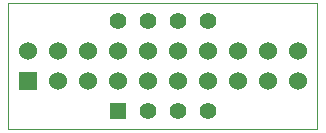
<source format=gbs>
G04 (created by PCBNEW (2013-07-07 BZR 4022)-stable) date 7/10/2015 1:05:57 PM*
%MOIN*%
G04 Gerber Fmt 3.4, Leading zero omitted, Abs format*
%FSLAX34Y34*%
G01*
G70*
G90*
G04 APERTURE LIST*
%ADD10C,0.00590551*%
%ADD11C,0.00393701*%
%ADD12R,0.06X0.06*%
%ADD13C,0.06*%
%ADD14R,0.055X0.055*%
%ADD15C,0.055*%
G04 APERTURE END LIST*
G54D10*
G54D11*
X84150Y-62950D02*
X84150Y-62900D01*
X84150Y-67100D02*
X84150Y-62950D01*
X73850Y-67100D02*
X84150Y-67100D01*
X73850Y-66950D02*
X73850Y-67100D01*
X73850Y-62900D02*
X73850Y-66950D01*
X84150Y-62900D02*
X73850Y-62900D01*
G54D12*
X74500Y-65500D03*
G54D13*
X74500Y-64500D03*
X75500Y-65500D03*
X75500Y-64500D03*
X76500Y-65500D03*
X76500Y-64500D03*
X77500Y-65500D03*
X77500Y-64500D03*
X78500Y-65500D03*
X78500Y-64500D03*
X79500Y-65500D03*
X79500Y-64500D03*
X80500Y-65500D03*
X80500Y-64500D03*
X81500Y-65500D03*
X81500Y-64500D03*
X82500Y-65500D03*
X82500Y-64500D03*
X83500Y-65500D03*
X83500Y-64500D03*
G54D14*
X77500Y-66500D03*
G54D15*
X78500Y-66500D03*
X79500Y-66500D03*
X80500Y-66500D03*
X80500Y-63500D03*
X79500Y-63500D03*
X78500Y-63500D03*
X77500Y-63500D03*
M02*

</source>
